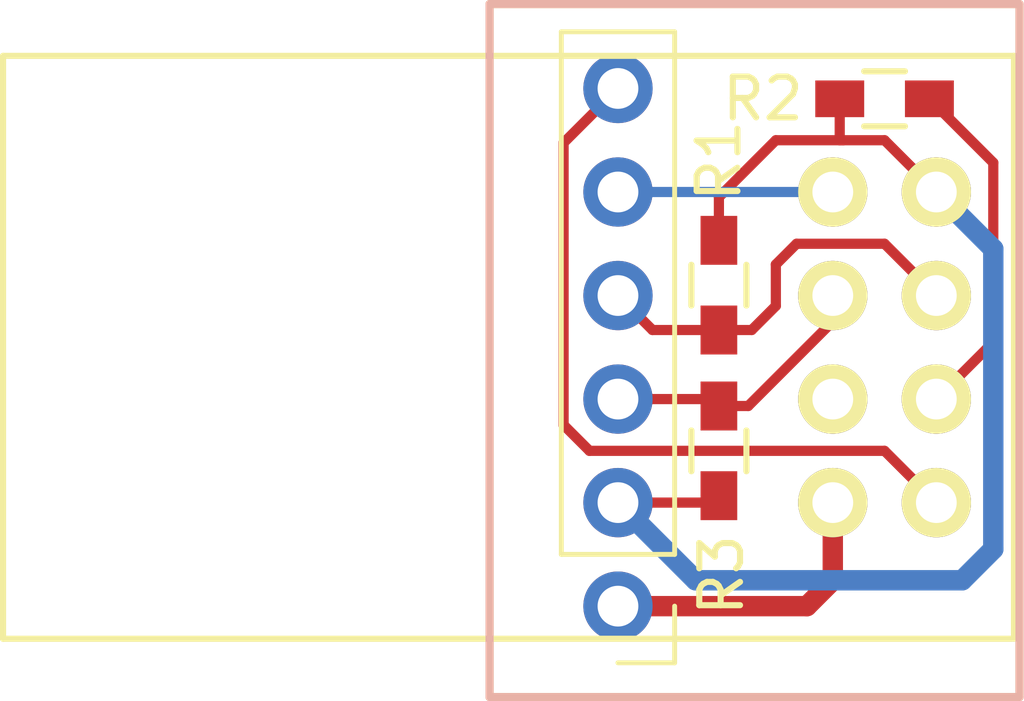
<source format=kicad_pcb>
(kicad_pcb (version 4) (host pcbnew 4.0.2-stable)

  (general
    (links 12)
    (no_connects 0)
    (area 37.789999 48.555 70.075001 68.135)
    (thickness 1.6)
    (drawings 8)
    (tracks 39)
    (zones 0)
    (modules 5)
    (nets 9)
  )

  (page A4)
  (layers
    (0 F.Cu signal)
    (31 B.Cu signal)
    (32 B.Adhes user)
    (33 F.Adhes user)
    (34 B.Paste user)
    (35 F.Paste user)
    (36 B.SilkS user)
    (37 F.SilkS user)
    (38 B.Mask user)
    (39 F.Mask user)
    (40 Dwgs.User user)
    (41 Cmts.User user)
    (42 Eco1.User user)
    (43 Eco2.User user)
    (44 Edge.Cuts user)
    (45 Margin user)
    (46 B.CrtYd user)
    (47 F.CrtYd user)
    (48 B.Fab user)
    (49 F.Fab user)
  )

  (setup
    (last_trace_width 0.25)
    (user_trace_width 0.35)
    (user_trace_width 0.5)
    (user_trace_width 1)
    (user_trace_width 1.5)
    (user_trace_width 2)
    (trace_clearance 0.2)
    (zone_clearance 0.508)
    (zone_45_only no)
    (trace_min 0.2)
    (segment_width 0.2)
    (edge_width 0.15)
    (via_size 0.6)
    (via_drill 0.4)
    (via_min_size 0.4)
    (via_min_drill 0.3)
    (user_via 1.7 0.8)
    (uvia_size 0.3)
    (uvia_drill 0.1)
    (uvias_allowed no)
    (uvia_min_size 0.2)
    (uvia_min_drill 0.1)
    (pcb_text_width 0.3)
    (pcb_text_size 1.5 1.5)
    (mod_edge_width 0.15)
    (mod_text_size 1 1)
    (mod_text_width 0.15)
    (pad_size 1.7 1.7)
    (pad_drill 1)
    (pad_to_mask_clearance 0.2)
    (aux_axis_origin 0 0)
    (visible_elements 7FFFFFFF)
    (pcbplotparams
      (layerselection 0x00030_80000001)
      (usegerberextensions false)
      (excludeedgelayer true)
      (linewidth 0.100000)
      (plotframeref false)
      (viasonmask false)
      (mode 1)
      (useauxorigin false)
      (hpglpennumber 1)
      (hpglpenspeed 20)
      (hpglpendiameter 15)
      (hpglpenoverlay 2)
      (psnegative false)
      (psa4output false)
      (plotreference true)
      (plotvalue true)
      (plotinvisibletext false)
      (padsonsilk false)
      (subtractmaskfromsilk false)
      (outputformat 1)
      (mirror false)
      (drillshape 1)
      (scaleselection 1)
      (outputdirectory ""))
  )

  (net 0 "")
  (net 1 GND)
  (net 2 +3V3)
  (net 3 "Net-(P3-Pad3)")
  (net 4 "Net-(R2-Pad2)")
  (net 5 "Net-(P3-Pad4)")
  (net 6 "Net-(P3-Pad5)")
  (net 7 "Net-(P3-Pad6)")
  (net 8 "Net-(U1-Pad3)")

  (net_class Default "This is the default net class."
    (clearance 0.2)
    (trace_width 0.25)
    (via_dia 0.6)
    (via_drill 0.4)
    (uvia_dia 0.3)
    (uvia_drill 0.1)
    (add_net +3V3)
    (add_net GND)
    (add_net "Net-(P3-Pad3)")
    (add_net "Net-(P3-Pad4)")
    (add_net "Net-(P3-Pad5)")
    (add_net "Net-(P3-Pad6)")
    (add_net "Net-(R2-Pad2)")
    (add_net "Net-(U1-Pad3)")
  )

  (module suf_module:ESP-01 (layer F.Cu) (tedit 587A9F27) (tstamp 56FEDB6E)
    (at 62.865 58.42 180)
    (path /56FE7971)
    (fp_text reference U1 (at 13.97 1.27 180) (layer F.SilkS) hide
      (effects (font (size 1 1) (thickness 0.15)))
    )
    (fp_text value ESP-01 (at 13.97 -1.27 180) (layer F.Fab) hide
      (effects (font (size 1 1) (thickness 0.15)))
    )
    (fp_line (start 0 -7.15) (end 0 7.15) (layer F.SilkS) (width 0.15))
    (fp_line (start 0 7.15) (end 24.8 7.15) (layer F.SilkS) (width 0.15))
    (fp_line (start 24.8 7.15) (end 24.8 -7.15) (layer F.SilkS) (width 0.15))
    (fp_line (start 24.8 -7.15) (end 0.05 -7.15) (layer F.SilkS) (width 0.15))
    (pad 1 thru_hole circle (at 4.445 -3.81 180) (size 1.7 1.7) (drill 1) (layers *.Cu *.Mask F.SilkS)
      (net 1 GND))
    (pad 2 thru_hole circle (at 1.905 -3.81 180) (size 1.7 1.7) (drill 1) (layers *.Cu *.Mask F.SilkS)
      (net 7 "Net-(P3-Pad6)"))
    (pad 3 thru_hole circle (at 4.445 -1.27 180) (size 1.7 1.7) (drill 1) (layers *.Cu *.Mask F.SilkS)
      (net 8 "Net-(U1-Pad3)"))
    (pad 4 thru_hole circle (at 1.905 -1.27 180) (size 1.7 1.7) (drill 1) (layers *.Cu *.Mask F.SilkS)
      (net 4 "Net-(R2-Pad2)"))
    (pad 5 thru_hole circle (at 4.445 1.27 180) (size 1.7 1.7) (drill 1) (layers *.Cu *.Mask F.SilkS)
      (net 3 "Net-(P3-Pad3)"))
    (pad 6 thru_hole circle (at 1.905 1.27 180) (size 1.7 1.7) (drill 1) (layers *.Cu *.Mask F.SilkS)
      (net 5 "Net-(P3-Pad4)"))
    (pad 7 thru_hole circle (at 4.445 3.81 180) (size 1.7 1.7) (drill 1) (layers *.Cu *.Mask F.SilkS)
      (net 6 "Net-(P3-Pad5)"))
    (pad 8 thru_hole circle (at 1.905 3.81 180) (size 1.7 1.7) (drill 1) (layers *.Cu *.Mask F.SilkS)
      (net 2 +3V3))
  )

  (module Resistors_SMD:R_0603_HandSoldering (layer F.Cu) (tedit 587A9F3E) (tstamp 587A9907)
    (at 55.626 56.896 270)
    (descr "Resistor SMD 0603, hand soldering")
    (tags "resistor 0603")
    (path /56FE79C6)
    (attr smd)
    (fp_text reference R1 (at -3.048 0 270) (layer F.SilkS)
      (effects (font (size 1 1) (thickness 0.15)))
    )
    (fp_text value 3.3K (at 0 1.9 270) (layer F.Fab) hide
      (effects (font (size 1 1) (thickness 0.15)))
    )
    (fp_line (start -0.8 0.4) (end -0.8 -0.4) (layer F.Fab) (width 0.1))
    (fp_line (start 0.8 0.4) (end -0.8 0.4) (layer F.Fab) (width 0.1))
    (fp_line (start 0.8 -0.4) (end 0.8 0.4) (layer F.Fab) (width 0.1))
    (fp_line (start -0.8 -0.4) (end 0.8 -0.4) (layer F.Fab) (width 0.1))
    (fp_line (start -2 -0.8) (end 2 -0.8) (layer F.CrtYd) (width 0.05))
    (fp_line (start -2 0.8) (end 2 0.8) (layer F.CrtYd) (width 0.05))
    (fp_line (start -2 -0.8) (end -2 0.8) (layer F.CrtYd) (width 0.05))
    (fp_line (start 2 -0.8) (end 2 0.8) (layer F.CrtYd) (width 0.05))
    (fp_line (start 0.5 0.675) (end -0.5 0.675) (layer F.SilkS) (width 0.15))
    (fp_line (start -0.5 -0.675) (end 0.5 -0.675) (layer F.SilkS) (width 0.15))
    (pad 1 smd rect (at -1.1 0 270) (size 1.2 0.9) (layers F.Cu F.Paste F.Mask)
      (net 2 +3V3))
    (pad 2 smd rect (at 1.1 0 270) (size 1.2 0.9) (layers F.Cu F.Paste F.Mask)
      (net 5 "Net-(P3-Pad4)"))
    (model Resistors_SMD.3dshapes/R_0603_HandSoldering.wrl
      (at (xyz 0 0 0))
      (scale (xyz 1 1 1))
      (rotate (xyz 0 0 0))
    )
  )

  (module Resistors_SMD:R_0603_HandSoldering (layer F.Cu) (tedit 587A9F16) (tstamp 587A9916)
    (at 59.69 52.324)
    (descr "Resistor SMD 0603, hand soldering")
    (tags "resistor 0603")
    (path /56FED431)
    (attr smd)
    (fp_text reference R2 (at -2.9845 0) (layer F.SilkS)
      (effects (font (size 1 1) (thickness 0.15)))
    )
    (fp_text value 3.3K (at 0 1.9) (layer F.Fab) hide
      (effects (font (size 1 1) (thickness 0.15)))
    )
    (fp_line (start -0.8 0.4) (end -0.8 -0.4) (layer F.Fab) (width 0.1))
    (fp_line (start 0.8 0.4) (end -0.8 0.4) (layer F.Fab) (width 0.1))
    (fp_line (start 0.8 -0.4) (end 0.8 0.4) (layer F.Fab) (width 0.1))
    (fp_line (start -0.8 -0.4) (end 0.8 -0.4) (layer F.Fab) (width 0.1))
    (fp_line (start -2 -0.8) (end 2 -0.8) (layer F.CrtYd) (width 0.05))
    (fp_line (start -2 0.8) (end 2 0.8) (layer F.CrtYd) (width 0.05))
    (fp_line (start -2 -0.8) (end -2 0.8) (layer F.CrtYd) (width 0.05))
    (fp_line (start 2 -0.8) (end 2 0.8) (layer F.CrtYd) (width 0.05))
    (fp_line (start 0.5 0.675) (end -0.5 0.675) (layer F.SilkS) (width 0.15))
    (fp_line (start -0.5 -0.675) (end 0.5 -0.675) (layer F.SilkS) (width 0.15))
    (pad 1 smd rect (at -1.1 0) (size 1.2 0.9) (layers F.Cu F.Paste F.Mask)
      (net 2 +3V3))
    (pad 2 smd rect (at 1.1 0) (size 1.2 0.9) (layers F.Cu F.Paste F.Mask)
      (net 4 "Net-(R2-Pad2)"))
    (model Resistors_SMD.3dshapes/R_0603_HandSoldering.wrl
      (at (xyz 0 0 0))
      (scale (xyz 1 1 1))
      (rotate (xyz 0 0 0))
    )
  )

  (module Resistors_SMD:R_0603_HandSoldering (layer F.Cu) (tedit 587A9F33) (tstamp 587A9925)
    (at 55.626 60.96 90)
    (descr "Resistor SMD 0603, hand soldering")
    (tags "resistor 0603")
    (path /56FED53D)
    (attr smd)
    (fp_text reference R3 (at -3.048 0.0635 90) (layer F.SilkS)
      (effects (font (size 1 1) (thickness 0.15)))
    )
    (fp_text value 3.3K (at 0 1.9 90) (layer F.Fab) hide
      (effects (font (size 1 1) (thickness 0.15)))
    )
    (fp_line (start -0.8 0.4) (end -0.8 -0.4) (layer F.Fab) (width 0.1))
    (fp_line (start 0.8 0.4) (end -0.8 0.4) (layer F.Fab) (width 0.1))
    (fp_line (start 0.8 -0.4) (end 0.8 0.4) (layer F.Fab) (width 0.1))
    (fp_line (start -0.8 -0.4) (end 0.8 -0.4) (layer F.Fab) (width 0.1))
    (fp_line (start -2 -0.8) (end 2 -0.8) (layer F.CrtYd) (width 0.05))
    (fp_line (start -2 0.8) (end 2 0.8) (layer F.CrtYd) (width 0.05))
    (fp_line (start -2 -0.8) (end -2 0.8) (layer F.CrtYd) (width 0.05))
    (fp_line (start 2 -0.8) (end 2 0.8) (layer F.CrtYd) (width 0.05))
    (fp_line (start 0.5 0.675) (end -0.5 0.675) (layer F.SilkS) (width 0.15))
    (fp_line (start -0.5 -0.675) (end 0.5 -0.675) (layer F.SilkS) (width 0.15))
    (pad 1 smd rect (at -1.1 0 90) (size 1.2 0.9) (layers F.Cu F.Paste F.Mask)
      (net 2 +3V3))
    (pad 2 smd rect (at 1.1 0 90) (size 1.2 0.9) (layers F.Cu F.Paste F.Mask)
      (net 3 "Net-(P3-Pad3)"))
    (model Resistors_SMD.3dshapes/R_0603_HandSoldering.wrl
      (at (xyz 0 0 0))
      (scale (xyz 1 1 1))
      (rotate (xyz 0 0 0))
    )
  )

  (module Pin_Headers:Pin_Header_Straight_1x06_Pitch2.54mm (layer F.Cu) (tedit 587A9F6B) (tstamp 5801EC7B)
    (at 53.15 64.77 180)
    (descr "Through hole straight pin header, 1x06, 2.54mm pitch, single row")
    (tags "Through hole pin header THT 1x06 2.54mm single row")
    (path /56FE78B6)
    (fp_text reference P3 (at -2.603 -1.524 180) (layer F.SilkS) hide
      (effects (font (size 1 1) (thickness 0.15)))
    )
    (fp_text value PROG (at -3.619 14.0335 180) (layer F.Fab) hide
      (effects (font (size 1 1) (thickness 0.15)))
    )
    (fp_line (start -1.27 -1.27) (end -1.27 13.97) (layer F.Fab) (width 0.1))
    (fp_line (start -1.27 13.97) (end 1.27 13.97) (layer F.Fab) (width 0.1))
    (fp_line (start 1.27 13.97) (end 1.27 -1.27) (layer F.Fab) (width 0.1))
    (fp_line (start 1.27 -1.27) (end -1.27 -1.27) (layer F.Fab) (width 0.1))
    (fp_line (start -1.39 1.27) (end -1.39 14.09) (layer F.SilkS) (width 0.12))
    (fp_line (start -1.39 14.09) (end 1.39 14.09) (layer F.SilkS) (width 0.12))
    (fp_line (start 1.39 14.09) (end 1.39 1.27) (layer F.SilkS) (width 0.12))
    (fp_line (start 1.39 1.27) (end -1.39 1.27) (layer F.SilkS) (width 0.12))
    (fp_line (start -1.39 0) (end -1.39 -1.39) (layer F.SilkS) (width 0.12))
    (fp_line (start -1.39 -1.39) (end 0 -1.39) (layer F.SilkS) (width 0.12))
    (fp_line (start -1.6 -1.6) (end -1.6 14.3) (layer F.CrtYd) (width 0.05))
    (fp_line (start -1.6 14.3) (end 1.6 14.3) (layer F.CrtYd) (width 0.05))
    (fp_line (start 1.6 14.3) (end 1.6 -1.6) (layer F.CrtYd) (width 0.05))
    (fp_line (start 1.6 -1.6) (end -1.6 -1.6) (layer F.CrtYd) (width 0.05))
    (pad 1 thru_hole circle (at 0 0 180) (size 1.7 1.7) (drill 1) (layers *.Cu *.Mask)
      (net 1 GND))
    (pad 2 thru_hole oval (at 0 2.54 180) (size 1.7 1.7) (drill 1) (layers *.Cu *.Mask)
      (net 2 +3V3))
    (pad 3 thru_hole oval (at 0 5.08 180) (size 1.7 1.7) (drill 1) (layers *.Cu *.Mask)
      (net 3 "Net-(P3-Pad3)"))
    (pad 4 thru_hole oval (at 0 7.62 180) (size 1.7 1.7) (drill 1) (layers *.Cu *.Mask)
      (net 5 "Net-(P3-Pad4)"))
    (pad 5 thru_hole oval (at 0 10.16 180) (size 1.7 1.7) (drill 1) (layers *.Cu *.Mask)
      (net 6 "Net-(P3-Pad5)"))
    (pad 6 thru_hole oval (at 0 12.7 180) (size 1.7 1.7) (drill 1) (layers *.Cu *.Mask)
      (net 7 "Net-(P3-Pad6)"))
    (model Pin_Headers.3dshapes/Pin_Header_Straight_1x06_Pitch2.54mm.wrl
      (at (xyz 0 -0.25 0))
      (scale (xyz 1 1 1))
      (rotate (xyz 0 0 90))
    )
  )

  (gr_line (start 50 67) (end 50 50) (angle 90) (layer B.SilkS) (width 0.2))
  (gr_line (start 63 67) (end 50 67) (angle 90) (layer B.SilkS) (width 0.2))
  (gr_line (start 63 50) (end 63 67) (angle 90) (layer B.SilkS) (width 0.2))
  (gr_line (start 50 50) (end 63 50) (angle 90) (layer B.SilkS) (width 0.2))
  (gr_line (start 50 67) (end 50 50) (angle 90) (layer F.SilkS) (width 0.2))
  (gr_line (start 63 67) (end 50 67) (angle 90) (layer F.SilkS) (width 0.2))
  (gr_line (start 63 50) (end 63 67) (angle 90) (layer F.SilkS) (width 0.2))
  (gr_line (start 50 50) (end 63 50) (angle 90) (layer F.SilkS) (width 0.2))

  (segment (start 53.15 64.77) (end 57.785 64.77) (width 0.5) (layer F.Cu) (net 1))
  (segment (start 58.42 64.135) (end 58.42 62.23) (width 0.5) (layer F.Cu) (net 1) (tstamp 587A9CD2))
  (segment (start 57.785 64.77) (end 58.42 64.135) (width 0.5) (layer F.Cu) (net 1) (tstamp 587A9CCE))
  (segment (start 58.59 52.324) (end 58.59 53.34) (width 0.25) (layer F.Cu) (net 2) (status 400000))
  (segment (start 58.59 53.34) (end 58.674 53.34) (width 0.25) (layer F.Cu) (net 2) (tstamp 587A9E3C))
  (segment (start 55.626 55.796) (end 55.626 54.737) (width 0.25) (layer F.Cu) (net 2) (status 400000))
  (segment (start 59.69 53.34) (end 60.96 54.61) (width 0.25) (layer F.Cu) (net 2) (tstamp 587A9E38) (status 800000))
  (segment (start 57.023 53.34) (end 58.674 53.34) (width 0.25) (layer F.Cu) (net 2) (tstamp 587A9E35))
  (segment (start 58.674 53.34) (end 59.69 53.34) (width 0.25) (layer F.Cu) (net 2) (tstamp 587A9E42))
  (segment (start 55.626 54.737) (end 57.023 53.34) (width 0.25) (layer F.Cu) (net 2) (tstamp 587A9E29))
  (segment (start 53.15 62.23) (end 55.055 64.135) (width 0.5) (layer B.Cu) (net 2))
  (segment (start 62.357 56.007) (end 60.96 54.61) (width 0.5) (layer B.Cu) (net 2) (tstamp 587A9D40) (status 800000))
  (segment (start 62.357 63.373) (end 62.357 56.007) (width 0.5) (layer B.Cu) (net 2) (tstamp 587A9D37))
  (segment (start 61.595 64.135) (end 62.357 63.373) (width 0.5) (layer B.Cu) (net 2) (tstamp 587A9D32))
  (segment (start 55.055 64.135) (end 61.595 64.135) (width 0.5) (layer B.Cu) (net 2) (tstamp 587A9D1E))
  (segment (start 53.15 62.23) (end 55.456 62.23) (width 0.25) (layer F.Cu) (net 2))
  (segment (start 55.456 62.23) (end 55.626 62.06) (width 0.25) (layer F.Cu) (net 2) (tstamp 587A9C33))
  (segment (start 55.626 59.86) (end 56.345 59.86) (width 0.25) (layer F.Cu) (net 3))
  (segment (start 56.345 59.86) (end 58.42 57.785) (width 0.25) (layer F.Cu) (net 3) (tstamp 587A9DA5))
  (segment (start 58.42 57.785) (end 58.42 57.15) (width 0.25) (layer F.Cu) (net 3) (tstamp 587A9DAB))
  (segment (start 53.15 59.69) (end 55.456 59.69) (width 0.25) (layer F.Cu) (net 3))
  (segment (start 55.456 59.69) (end 55.626 59.86) (width 0.25) (layer F.Cu) (net 3) (tstamp 587A9A3C))
  (segment (start 60.96 59.69) (end 62.357 58.293) (width 0.25) (layer F.Cu) (net 4) (status 400000))
  (segment (start 62.357 53.891) (end 60.79 52.324) (width 0.25) (layer F.Cu) (net 4) (tstamp 587A9E20) (status 800000))
  (segment (start 62.357 58.293) (end 62.357 53.891) (width 0.25) (layer F.Cu) (net 4) (tstamp 587A9E19))
  (segment (start 55.626 57.996) (end 56.431 57.996) (width 0.25) (layer F.Cu) (net 5))
  (segment (start 59.69 55.88) (end 60.96 57.15) (width 0.25) (layer F.Cu) (net 5) (tstamp 587A9DB7))
  (segment (start 57.531 55.88) (end 59.69 55.88) (width 0.25) (layer F.Cu) (net 5) (tstamp 587A9DB5))
  (segment (start 57.023 56.388) (end 57.531 55.88) (width 0.25) (layer F.Cu) (net 5) (tstamp 587A9DB4))
  (segment (start 57.023 57.404) (end 57.023 56.388) (width 0.25) (layer F.Cu) (net 5) (tstamp 587A9DB2))
  (segment (start 56.431 57.996) (end 57.023 57.404) (width 0.25) (layer F.Cu) (net 5) (tstamp 587A9DAF))
  (segment (start 53.15 57.15) (end 53.996 57.996) (width 0.25) (layer F.Cu) (net 5))
  (segment (start 53.996 57.996) (end 55.626 57.996) (width 0.25) (layer F.Cu) (net 5) (tstamp 587A9AA1))
  (segment (start 53.15 54.61) (end 58.42 54.61) (width 0.25) (layer B.Cu) (net 6))
  (segment (start 52.451 60.96) (end 59.69 60.96) (width 0.25) (layer F.Cu) (net 7))
  (segment (start 59.69 60.96) (end 60.96 62.23) (width 0.25) (layer F.Cu) (net 7) (tstamp 587A9DCD))
  (segment (start 53.15 52.07) (end 51.816 53.404) (width 0.25) (layer F.Cu) (net 7))
  (segment (start 51.816 60.325) (end 52.451 60.96) (width 0.25) (layer F.Cu) (net 7) (tstamp 587A9C4A))
  (segment (start 51.816 53.404) (end 51.816 60.325) (width 0.25) (layer F.Cu) (net 7) (tstamp 587A9C42))

)

</source>
